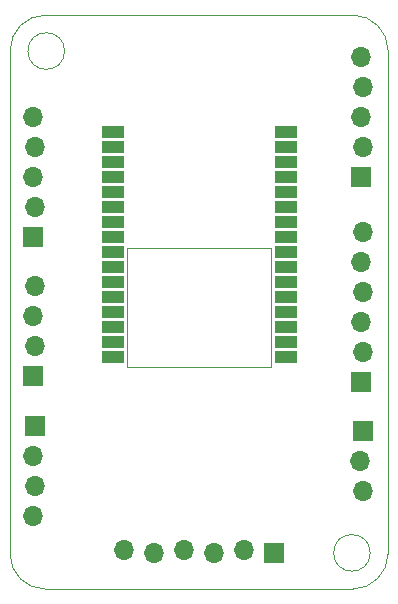
<source format=gbr>
%TF.GenerationSoftware,KiCad,Pcbnew,(6.0.4-0)*%
%TF.CreationDate,2022-08-31T17:38:41+08:00*%
%TF.ProjectId,STLinkV3_Adapter,53544c69-6e6b-4563-935f-416461707465,rev?*%
%TF.SameCoordinates,Original*%
%TF.FileFunction,Soldermask,Top*%
%TF.FilePolarity,Negative*%
%FSLAX46Y46*%
G04 Gerber Fmt 4.6, Leading zero omitted, Abs format (unit mm)*
G04 Created by KiCad (PCBNEW (6.0.4-0)) date 2022-08-31 17:38:41*
%MOMM*%
%LPD*%
G01*
G04 APERTURE LIST*
%TA.AperFunction,Profile*%
%ADD10C,0.100000*%
%TD*%
%TA.AperFunction,Profile*%
%ADD11C,0.120000*%
%TD*%
%ADD12R,1.700000X1.700000*%
%ADD13O,1.700000X1.700000*%
%ADD14R,1.899920X1.070100*%
G04 APERTURE END LIST*
D10*
X70000026Y-105648680D02*
G75*
G03*
X73000000Y-108600000I2952974J1280D01*
G01*
X99000000Y-108600000D02*
X73000000Y-108600000D01*
X102000000Y-63000000D02*
X102000000Y-105600000D01*
X74610000Y-63050000D02*
G75*
G03*
X74610000Y-63050000I-1550000J0D01*
G01*
X100490000Y-105540000D02*
G75*
G03*
X100490000Y-105540000I-1550000J0D01*
G01*
X73000000Y-60000000D02*
G75*
G03*
X70000000Y-63000000I2600J-3002600D01*
G01*
X99000000Y-108600000D02*
G75*
G03*
X102000000Y-105600000I0J3000000D01*
G01*
X102000000Y-63000000D02*
G75*
G03*
X99000000Y-60000000I-3000000J0D01*
G01*
X73000000Y-60000000D02*
X99000000Y-60000000D01*
X70000000Y-105648680D02*
X70000000Y-63000000D01*
D11*
%TO.C,U1*%
X79900000Y-79700000D02*
X92100000Y-79700000D01*
X92100000Y-79700000D02*
X92100000Y-89800000D01*
X92100000Y-89800000D02*
X79900000Y-89800000D01*
X79900000Y-89800000D02*
X79900000Y-79700000D01*
%TD*%
D12*
%TO.C,J3*%
X72100000Y-94800000D03*
D13*
X71900000Y-97340000D03*
X72100000Y-99880000D03*
X71900000Y-102420000D03*
%TD*%
D12*
%TO.C,J4*%
X99700000Y-73680000D03*
D13*
X99900000Y-71140000D03*
X99700000Y-68600000D03*
X99900000Y-66060000D03*
X99700000Y-63520000D03*
%TD*%
D14*
%TO.C,U1*%
X78679970Y-69906000D03*
X78679970Y-71176000D03*
X78679970Y-72446000D03*
X78679970Y-73716000D03*
X78679970Y-74986000D03*
X78679970Y-76256000D03*
X78679970Y-77526000D03*
X78679970Y-78796000D03*
X78679970Y-80066000D03*
X78679970Y-81336000D03*
X78679970Y-82606000D03*
X78679970Y-83876000D03*
X78679970Y-85146000D03*
X78679970Y-86416000D03*
X78679970Y-87686000D03*
X78679970Y-88956000D03*
X93320030Y-88956000D03*
X93320030Y-87686000D03*
X93320030Y-86416000D03*
X93320030Y-85146000D03*
X93320030Y-83876000D03*
X93320030Y-82606000D03*
X93320030Y-81336000D03*
X93320030Y-80066000D03*
X93320030Y-78796000D03*
X93320030Y-77526000D03*
X93320030Y-76256000D03*
X93320030Y-74986000D03*
X93320030Y-73716000D03*
X93320030Y-72446000D03*
X93320030Y-71176000D03*
X93320030Y-69906000D03*
%TD*%
D12*
%TO.C,J1*%
X99850000Y-95225000D03*
D13*
X99650000Y-97765000D03*
X99850000Y-100305000D03*
%TD*%
D12*
%TO.C,J6*%
X99700000Y-91080000D03*
D13*
X99900000Y-88540000D03*
X99700000Y-86000000D03*
X99900000Y-83460000D03*
X99700000Y-80920000D03*
X99900000Y-78380000D03*
%TD*%
D12*
%TO.C,J5*%
X71900000Y-90600000D03*
D13*
X72100000Y-88060000D03*
X71900000Y-85520000D03*
X72100000Y-82980000D03*
%TD*%
D12*
%TO.C,J2*%
X71900000Y-78800000D03*
D13*
X72100000Y-76260000D03*
X71900000Y-73720000D03*
X72100000Y-71180000D03*
X71900000Y-68640000D03*
%TD*%
D12*
%TO.C,J7*%
X92350000Y-105510000D03*
D13*
X89810000Y-105290000D03*
X87270000Y-105510000D03*
X84730000Y-105290000D03*
X82190000Y-105510000D03*
X79650000Y-105290000D03*
%TD*%
M02*

</source>
